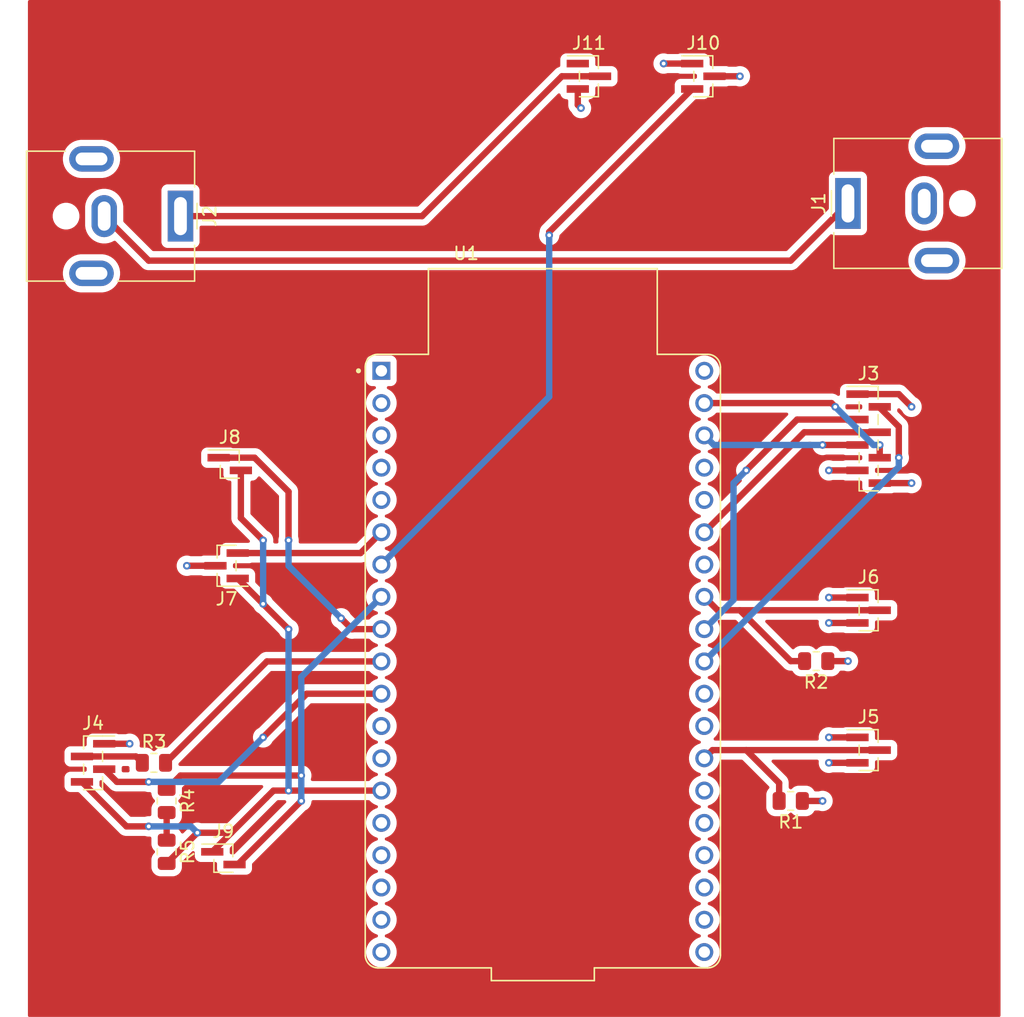
<source format=kicad_pcb>
(kicad_pcb (version 20241229) (generator "pcbnew") (generator_version "9.0")
  (layers (0 "F.Cu" signal) (4 "In1.Cu" signal) (6 "In2.Cu" signal) (2 "B.Cu" signal) (13 "F.Paste" user) (15 "B.Paste" user) (5 "F.SilkS" user "F.Silkscreen") (7 "B.SilkS" user "B.Silkscreen") (1 "F.Mask" user) (3 "B.Mask" user) (25 "Edge.Cuts" user))
  (net 0 "")
  (net 1 "Net-(J10-Pin_1)")
  (net 2 "GND")
  (net 3 "Net-(J11-Pin_2)")
  (net 4 "Net-(J3-Pin_3)")
  (net 5 "Net-(J3-Pin_6)")
  (net 6 "Net-(J3-Pin_2)")
  (net 7 "Net-(J3-Pin_4)")
  (net 8 "Net-(J3-Pin_5)")
  (net 9 "Net-(J4-Pin_4)")
  (net 10 "Net-(J4-Pin_3)")
  (net 11 "Net-(J3-Pin_7)")
  (net 12 "Net-(J5-Pin_2)")
  (net 13 "Net-(J6-Pin_2)")
  (net 14 "Net-(J7-Pin_3)")
  (net 15 "Net-(J8-Pin_1)")
  (net 16 "Net-(J9-Pin_2)")
  (net 17 "Net-(J10-Pin_3)")
  (net 40 "Net-(J4-Pin_2)")
  (net 41 "Net-(R4-Pad2)")
  (net 42 "Net-(U1-IO26)")
  (footprint "Connector_PinHeader_1.00mm:PinHeader_1x03_P1.00mm_Vertical_SMD_Pin1Left" (layer "F.Cu") (at 110.125 68)
    (property "Reference" "J6" (at 0 -2.61 0) (layer "F.SilkS"))
    (property "Value" "PIN DS18B20")
    (fp_line (start -0.745 -1.61) (end -1.69 -1.61) (stroke (width 0.12)) (layer "F.SilkS"))
    (fp_line (start -0.745 -1.61) (end -0.745 -1.61) (stroke (width 0.12)) (layer "F.SilkS"))
    (fp_line (start -0.745 -1.61) (end 0.745 -1.61) (stroke (width 0.12)) (layer "F.SilkS"))
    (fp_line (start -0.745 -0.39) (end -0.745 0.39) (stroke (width 0.12)) (layer "F.SilkS"))
    (fp_line (start -0.745 1.61) (end 0.745 1.61) (stroke (width 0.12)) (layer "F.SilkS"))
    (fp_line (start 0.745 -1.61) (end 0.745 -0.61) (stroke (width 0.12)) (layer "F.SilkS"))
    (fp_line (start 0.745 0.61) (end 0.745 1.61) (stroke (width 0.12)) (layer "F.SilkS"))
    (fp_line (start 0.745 1.61) (end 0.745 1.61) (stroke (width 0.12)) (layer "F.SilkS"))
    (pad "1" smd rect (at -0.875 -1) (size 1.75 0.6) (layers "F.Cu" "F.Mask" "F.Paste") (net 11 "Net-(J3-Pin_7)"))
    (pad "2" smd rect (at 0.875 0) (size 1.75 0.6) (layers "F.Cu" "F.Mask" "F.Paste") (net 13 "Net-(J6-Pin_2)"))
    (pad "3" smd rect (at -0.875 1) (size 1.75 0.6) (layers "F.Cu" "F.Mask" "F.Paste") (net 1 "Net-(J10-Pin_1)"))
  )
  (footprint "Connector_PinHeader_1.00mm:PinHeader_1x02_P1.00mm_Vertical_SMD_Pin1Left" (layer "F.Cu") (at 59.875 56.5)
    (property "Reference" "J8" (at 0 -2.11 0) (layer "F.SilkS"))
    (property "Value" "PIN BOUTON ECRAN")
    (fp_line (start -0.745 -1.11) (end -1.69 -1.11) (stroke (width 0.12)) (layer "F.SilkS"))
    (fp_line (start -0.745 -1.11) (end -0.745 -1.11) (stroke (width 0.12)) (layer "F.SilkS"))
    (fp_line (start -0.745 -1.11) (end 0.745 -1.11) (stroke (width 0.12)) (layer "F.SilkS"))
    (fp_line (start -0.745 0.11) (end -0.745 1.11) (stroke (width 0.12)) (layer "F.SilkS"))
    (fp_line (start -0.745 1.11) (end 0.745 1.11) (stroke (width 0.12)) (layer "F.SilkS"))
    (fp_line (start 0.745 -1.11) (end 0.745 -0.11) (stroke (width 0.12)) (layer "F.SilkS"))
    (fp_line (start 0.745 1.11) (end 0.745 1.11) (stroke (width 0.12)) (layer "F.SilkS"))
    (pad "1" smd rect (at -0.875 -0.5) (size 1.75 0.6) (layers "F.Cu" "F.Mask" "F.Paste") (net 15 "Net-(J8-Pin_1)"))
    (pad "2" smd rect (at 0.875 0.5) (size 1.75 0.6) (layers "F.Cu" "F.Mask" "F.Paste") (net 9 "Net-(J4-Pin_4)"))
  )
  (footprint "Connector_BarrelJack:BarrelJack_CUI_PJ-063AH_Horizontal" (layer "F.Cu") (at 56 37 -90)
    (property "Reference" "J2" (at 0 -2.3 90) (layer "F.SilkS"))
    (property "Value" "POMPE A EAU")
    (fp_line (start -5.11 12.11) (end -5.11 9.05) (stroke (width 0.12)) (layer "F.SilkS"))
    (fp_line (start 5.11 12.11) (end -5.11 12.11) (stroke (width 0.12)) (layer "F.SilkS"))
    (fp_line (start 5.11 9.05) (end 5.11 12.11) (stroke (width 0.12)) (layer "F.SilkS"))
    (fp_line (start -5.11 4.95) (end -5.11 -1.11) (stroke (width 0.12)) (layer "F.SilkS"))
    (fp_line (start -5.11 -1.11) (end -2.3 -1.11) (stroke (width 0.12)) (layer "F.SilkS"))
    (fp_line (start 2.3 -1.11) (end 5.11 -1.11) (stroke (width 0.12)) (layer "F.SilkS"))
    (fp_line (start 5.11 -1.11) (end 5.11 4.95) (stroke (width 0.12)) (layer "F.SilkS"))
    (fp_line (start -1 -1.3) (end 1 -1.3) (stroke (width 0.12)) (layer "F.SilkS"))
    (pad "" np_thru_hole circle (at 0 9 270) (size 1.6 1.6) (drill 1.6) (layers "*.Cu" "*.Mask"))
    (pad "1" thru_hole rect (at 0 0 270) (size 4 2) (drill oval 3 1) (layers "*.Cu" "*.Mask") (net 3 "Net-(J11-Pin_2)"))
    (pad "2" thru_hole oval (at 0 6 270) (size 3.3 2) (drill oval 2.3 1) (layers "*.Cu" "*.Mask") (net 2 "GND"))
    (pad "MP" thru_hole oval (at -4.5 7 270) (size 2 3.5) (drill oval 1 2.5) (layers "*.Cu" "*.Mask"))
    (pad "MP" thru_hole oval (at 4.5 7 270) (size 2 3.5) (drill oval 1 2.5) (layers "*.Cu" "*.Mask"))
  )
  (footprint "ESP32-DEVKITC-32E:MODULE_ESP32-DEVKITC-32E" (layer "F.Cu") (at 84.5 72)
    (property "Reference" "U1" (at -6.0325 -32.0675 0) (layer "F.SilkS"))
    (property "Value" "ESP32-DEVKITC-32E")
    (fp_line (start -13.97 23.13) (end -13.97 -23.13) (stroke (width 0.127)) (layer "F.SilkS"))
    (fp_line (start -12.97 -24.13) (end -9 -24.13) (stroke (width 0.127)) (layer "F.SilkS"))
    (fp_line (start -12.97 24.13) (end -4.05 24.13) (stroke (width 0.127)) (layer "F.SilkS"))
    (fp_line (start -9 -30.87) (end 9 -30.87) (stroke (width 0.127)) (layer "F.SilkS"))
    (fp_line (start -9 -24.13) (end -9 -30.87) (stroke (width 0.127)) (layer "F.SilkS"))
    (fp_line (start -4.05 24.13) (end -4.05 25.13) (stroke (width 0.127)) (layer "F.SilkS"))
    (fp_line (start -4.05 25.13) (end 4.05 25.13) (stroke (width 0.127)) (layer "F.SilkS"))
    (fp_line (start 4.05 24.13) (end 12.97 24.13) (stroke (width 0.127)) (layer "F.SilkS"))
    (fp_line (start 4.05 25.13) (end 4.05 24.13) (stroke (width 0.127)) (layer "F.SilkS"))
    (fp_line (start 9 -30.87) (end 9 -24.13) (stroke (width 0.127)) (layer "F.SilkS"))
    (fp_line (start 9 -24.13) (end 12.97 -24.13) (stroke (width 0.127)) (layer "F.SilkS"))
    (fp_line (start 13.97 23.13) (end 13.97 -23.13) (stroke (width 0.127)) (layer "F.SilkS"))
    (fp_arc (start -13.97 -23.13) (mid -13.677107 -23.837107) (end -12.97 -24.13) (stroke (width 0.127)) (layer "F.SilkS"))
    (fp_arc (start -12.97 24.13) (mid -13.677107 23.837107) (end -13.97 23.13) (stroke (width 0.127)) (layer "F.SilkS"))
    (fp_arc (start 12.97 -24.13) (mid 13.677107 -23.837107) (end 13.97 -23.13) (stroke (width 0.127)) (layer "F.SilkS"))
    (fp_arc (start 13.97 23.13) (mid 13.677107 23.837107) (end 12.97 24.13) (stroke (width 0.127)) (layer "F.SilkS"))
    (fp_circle (center -14.5 -22.835) (end -14.4 -22.835) (stroke (width 0.2)) (fill no) (layer "F.SilkS"))
    (pad "J2_1" thru_hole rect (at -12.7 -22.835) (size 1.408 1.408) (drill 0.9) (layers "*.Cu" "*.Mask") (net 1 "Net-(J10-Pin_1)"))
    (pad "J2_2" thru_hole circle (at -12.7 -20.295) (size 1.408 1.408) (drill 0.9) (layers "*.Cu" "*.Mask"))
    (pad "J2_3" thru_hole circle (at -12.7 -17.755) (size 1.408 1.408) (drill 0.9) (layers "*.Cu" "*.Mask"))
    (pad "J2_4" thru_hole circle (at -12.7 -15.215) (size 1.408 1.408) (drill 0.9) (layers "*.Cu" "*.Mask"))
    (pad "J2_5" thru_hole circle (at -12.7 -12.675) (size 1.408 1.408) (drill 0.9) (layers "*.Cu" "*.Mask"))
    (pad "J2_6" thru_hole circle (at -12.7 -10.135) (size 1.408 1.408) (drill 0.9) (layers "*.Cu" "*.Mask") (net 14 "Net-(J7-Pin_3)"))
    (pad "J2_7" thru_hole circle (at -12.7 -7.595) (size 1.408 1.408) (drill 0.9) (layers "*.Cu" "*.Mask") (net 17 "Net-(J10-Pin_3)"))
    (pad "J2_8" thru_hole circle (at -12.7 -5.055) (size 1.408 1.408) (drill 0.9) (layers "*.Cu" "*.Mask") (net 16 "Net-(J9-Pin_2)"))
    (pad "J2_9" thru_hole circle (at -12.7 -2.515) (size 1.408 1.408) (drill 0.9) (layers "*.Cu" "*.Mask") (net 15 "Net-(J8-Pin_1)"))
    (pad "J2_10" thru_hole circle (at -12.7 0.025) (size 1.408 1.408) (drill 0.9) (layers "*.Cu" "*.Mask") (net 42 "Net-(U1-IO26)"))
    (pad "J2_11" thru_hole circle (at -12.7 2.565) (size 1.408 1.408) (drill 0.9) (layers "*.Cu" "*.Mask") (net 10 "Net-(J4-Pin_3)"))
    (pad "J2_12" thru_hole circle (at -12.7 5.105) (size 1.408 1.408) (drill 0.9) (layers "*.Cu" "*.Mask"))
    (pad "J2_13" thru_hole circle (at -12.7 7.645) (size 1.408 1.408) (drill 0.9) (layers "*.Cu" "*.Mask"))
    (pad "J2_14" thru_hole circle (at -12.7 10.185) (size 1.408 1.408) (drill 0.9) (layers "*.Cu" "*.Mask") (net 9 "Net-(J4-Pin_4)"))
    (pad "J2_15" thru_hole circle (at -12.7 12.725) (size 1.408 1.408) (drill 0.9) (layers "*.Cu" "*.Mask"))
    (pad "J2_16" thru_hole circle (at -12.7 15.265) (size 1.408 1.408) (drill 0.9) (layers "*.Cu" "*.Mask"))
    (pad "J2_17" thru_hole circle (at -12.7 17.805) (size 1.408 1.408) (drill 0.9) (layers "*.Cu" "*.Mask"))
    (pad "J2_18" thru_hole circle (at -12.7 20.345) (size 1.408 1.408) (drill 0.9) (layers "*.Cu" "*.Mask"))
    (pad "J2_19" thru_hole circle (at -12.7 22.885) (size 1.408 1.408) (drill 0.9) (layers "*.Cu" "*.Mask") (net 1 "Net-(J10-Pin_1)"))
    (pad "J3_1" thru_hole circle (at 12.7 -22.835) (size 1.408 1.408) (drill 0.9) (layers "*.Cu" "*.Mask") (net 11 "Net-(J3-Pin_7)"))
    (pad "J3_2" thru_hole circle (at 12.7 -20.295) (size 1.408 1.408) (drill 0.9) (layers "*.Cu" "*.Mask") (net 5 "Net-(J3-Pin_6)"))
    (pad "J3_3" thru_hole circle (at 12.7 -17.755) (size 1.408 1.408) (drill 0.9) (layers "*.Cu" "*.Mask") (net 8 "Net-(J3-Pin_5)"))
    (pad "J3_4" thru_hole circle (at 12.7 -15.215) (size 1.408 1.408) (drill 0.9) (layers "*.Cu" "*.Mask"))
    (pad "J3_5" thru_hole circle (at 12.7 -12.675) (size 1.408 1.408) (drill 0.9) (layers "*.Cu" "*.Mask"))
    (pad "J3_6" thru_hole circle (at 12.7 -10.135) (size 1.408 1.408) (drill 0.9) (layers "*.Cu" "*.Mask") (net 7 "Net-(J3-Pin_4)"))
    (pad "J3_7" thru_hole circle (at 12.7 -7.595) (size 1.408 1.408) (drill 0.9) (layers "*.Cu" "*.Mask"))
    (pad "J3_8" thru_hole circle (at 12.7 -5.055) (size 1.408 1.408) (drill 0.9) (layers "*.Cu" "*.Mask") (net 13 "Net-(J6-Pin_2)"))
    (pad "J3_9" thru_hole circle (at 12.7 -2.515) (size 1.408 1.408) (drill 0.9) (layers "*.Cu" "*.Mask") (net 4 "Net-(J3-Pin_3)"))
    (pad "J3_10" thru_hole circle (at 12.7 0.025) (size 1.408 1.408) (drill 0.9) (layers "*.Cu" "*.Mask") (net 6 "Net-(J3-Pin_2)"))
    (pad "J3_11" thru_hole circle (at 12.7 2.565) (size 1.408 1.408) (drill 0.9) (layers "*.Cu" "*.Mask"))
    (pad "J3_12" thru_hole circle (at 12.7 5.105) (size 1.408 1.408) (drill 0.9) (layers "*.Cu" "*.Mask"))
    (pad "J3_13" thru_hole circle (at 12.7 7.645) (size 1.408 1.408) (drill 0.9) (layers "*.Cu" "*.Mask") (net 12 "Net-(J5-Pin_2)"))
    (pad "J3_14" thru_hole circle (at 12.7 10.185) (size 1.408 1.408) (drill 0.9) (layers "*.Cu" "*.Mask"))
    (pad "J3_15" thru_hole circle (at 12.7 12.725) (size 1.408 1.408) (drill 0.9) (layers "*.Cu" "*.Mask"))
    (pad "J3_16" thru_hole circle (at 12.7 15.265) (size 1.408 1.408) (drill 0.9) (layers "*.Cu" "*.Mask"))
    (pad "J3_17" thru_hole circle (at 12.7 17.805) (size 1.408 1.408) (drill 0.9) (layers "*.Cu" "*.Mask"))
    (pad "J3_18" thru_hole circle (at 12.7 20.345) (size 1.408 1.408) (drill 0.9) (layers "*.Cu" "*.Mask"))
    (pad "J3_19" thru_hole circle (at 12.7 22.885) (size 1.408 1.408) (drill 0.9) (layers "*.Cu" "*.Mask"))
  )
  (footprint "Resistor_SMD:R_0805_2012Metric" (layer "F.Cu") (at 104 83 180)
    (property "Reference" "R1" (at 0 -1.65 0) (layer "F.SilkS"))
    (property "Value" "R")
    (fp_line (start -0.227064 0.735) (end 0.227064 0.735) (stroke (width 0.12)) (layer "F.SilkS"))
    (fp_line (start -0.227064 -0.735) (end 0.227064 -0.735) (stroke (width 0.12)) (layer "F.SilkS"))
    (pad "1" smd roundrect (at -0.9125 0 180) (size 1.025 1.4) (layers "F.Cu" "F.Mask" "F.Paste") (roundrect_rratio 0.243902) (net 1 "Net-(J10-Pin_1)"))
    (pad "2" smd roundrect (at 0.9125 0 180) (size 1.025 1.4) (layers "F.Cu" "F.Mask" "F.Paste") (roundrect_rratio 0.243902) (net 12 "Net-(J5-Pin_2)"))
  )
  (footprint "Connector_PinHeader_1.00mm:PinHeader_1x04_P1.00mm_Vertical_SMD_Pin1Right" (layer "F.Cu") (at 49.125 80)
    (property "Reference" "J4" (at 0 -3.11 0) (layer "F.SilkS"))
    (property "Value" "PIN ULTRA SON")
    (fp_line (start -0.745 -2.11) (end -0.745 -1.11) (stroke (width 0.12)) (layer "F.SilkS"))
    (fp_line (start -0.745 -2.11) (end 0.745 -2.11) (stroke (width 0.12)) (layer "F.SilkS"))
    (fp_line (start -0.745 -1.89) (end -0.745 -1.11) (stroke (width 0.12)) (layer "F.SilkS"))
    (fp_line (start -0.745 0.11) (end -0.745 0.89) (stroke (width 0.12)) (layer "F.SilkS"))
    (fp_line (start -0.745 2.11) (end -0.745 2.11) (stroke (width 0.12)) (layer "F.SilkS"))
    (fp_line (start -0.745 2.11) (end 0.745 2.11) (stroke (width 0.12)) (layer "F.SilkS"))
    (fp_line (start 0.745 -2.11) (end 0.745 -2.11) (stroke (width 0.12)) (layer "F.SilkS"))
    (fp_line (start 0.745 -2.11) (end 1.69 -2.11) (stroke (width 0.12)) (layer "F.SilkS"))
    (fp_line (start 0.745 -0.89) (end 0.745 -0.11) (stroke (width 0.12)) (layer "F.SilkS"))
    (fp_line (start 0.745 1.11) (end 0.745 2.11) (stroke (width 0.12)) (layer "F.SilkS"))
    (pad "1" smd rect (at 0.875 -1.5) (size 1.75 0.6) (layers "F.Cu" "F.Mask" "F.Paste") (net 1 "Net-(J10-Pin_1)"))
    (pad "2" smd rect (at -0.875 -0.5) (size 1.75 0.6) (layers "F.Cu" "F.Mask" "F.Paste") (net 40 "Net-(J4-Pin_2)"))
    (pad "3" smd rect (at 0.875 0.5) (size 1.75 0.6) (layers "F.Cu" "F.Mask" "F.Paste") (net 10 "Net-(J4-Pin_3)"))
    (pad "4" smd rect (at -0.875 1.5) (size 1.75 0.6) (layers "F.Cu" "F.Mask" "F.Paste") (net 9 "Net-(J4-Pin_4)"))
  )
  (footprint "Resistor_SMD:R_0805_2012Metric" (layer "F.Cu") (at 54.9125 83 -90)
    (property "Reference" "R4" (at 0 -1.65 90) (layer "F.SilkS"))
    (property "Value" "R")
    (fp_line (start -0.227064 0.735) (end 0.227064 0.735) (stroke (width 0.12)) (layer "F.SilkS"))
    (fp_line (start -0.227064 -0.735) (end 0.227064 -0.735) (stroke (width 0.12)) (layer "F.SilkS"))
    (pad "1" smd roundrect (at -0.9125 0 270) (size 1.025 1.4) (layers "F.Cu" "F.Mask" "F.Paste") (roundrect_rratio 0.243902) (net 42 "Net-(U1-IO26)"))
    (pad "2" smd roundrect (at 0.9125 0 270) (size 1.025 1.4) (layers "F.Cu" "F.Mask" "F.Paste") (roundrect_rratio 0.243902) (net 41 "Net-(R4-Pad2)"))
  )
  (footprint "Connector_BarrelJack:BarrelJack_CUI_PJ-063AH_Horizontal" (layer "F.Cu") (at 108.5 36 90)
    (property "Reference" "J1" (at 0 -2.3 90) (layer "F.SilkS"))
    (property "Value" "ENTREE 5V")
    (fp_line (start -1 -1.3) (end 1 -1.3) (stroke (width 0.12)) (layer "F.SilkS"))
    (fp_line (start 5.11 -1.11) (end 5.11 4.95) (stroke (width 0.12)) (layer "F.SilkS"))
    (fp_line (start 2.3 -1.11) (end 5.11 -1.11) (stroke (width 0.12)) (layer "F.SilkS"))
    (fp_line (start -5.11 -1.11) (end -2.3 -1.11) (stroke (width 0.12)) (layer "F.SilkS"))
    (fp_line (start -5.11 4.95) (end -5.11 -1.11) (stroke (width 0.12)) (layer "F.SilkS"))
    (fp_line (start 5.11 9.05) (end 5.11 12.11) (stroke (width 0.12)) (layer "F.SilkS"))
    (fp_line (start 5.11 12.11) (end -5.11 12.11) (stroke (width 0.12)) (layer "F.SilkS"))
    (fp_line (start -5.11 12.11) (end -5.11 9.05) (stroke (width 0.12)) (layer "F.SilkS"))
    (pad "" np_thru_hole circle (at 0 9 90) (size 1.6 1.6) (drill 1.6) (layers "*.Cu" "*.Mask"))
    (pad "1" thru_hole rect (at 0 0 90) (size 4 2) (drill oval 3 1) (layers "*.Cu" "*.Mask") (net 2 "GND"))
    (pad "2" thru_hole oval (at 0 6 90) (size 3.3 2) (drill oval 2.3 1) (layers "*.Cu" "*.Mask") (net 1 "Net-(J10-Pin_1)"))
    (pad "MP" thru_hole oval (at -4.5 7 90) (size 2 3.5) (drill oval 1 2.5) (layers "*.Cu" "*.Mask"))
    (pad "MP" thru_hole oval (at 4.5 7 90) (size 2 3.5) (drill oval 1 2.5) (layers "*.Cu" "*.Mask"))
  )
  (footprint "Connector_PinHeader_1.00mm:PinHeader_1x03_P1.00mm_Vertical_SMD_Pin1Left" (layer "F.Cu") (at 88.125 26)
    (property "Reference" "J11" (at 0 -2.61 0) (layer "F.SilkS"))
    (property "Value" "PARTIE PUISSANCE")
    (fp_line (start -0.745 -1.61) (end -1.69 -1.61) (stroke (width 0.12)) (layer "F.SilkS"))
    (fp_line (start -0.745 -1.61) (end -0.745 -1.61) (stroke (width 0.12)) (layer "F.SilkS"))
    (fp_line (start -0.745 -1.61) (end 0.745 -1.61) (stroke (width 0.12)) (layer "F.SilkS"))
    (fp_line (start -0.745 -0.39) (end -0.745 0.39) (stroke (width 0.12)) (layer "F.SilkS"))
    (fp_line (start -0.745 1.61) (end 0.745 1.61) (stroke (width 0.12)) (layer "F.SilkS"))
    (fp_line (start 0.745 -1.61) (end 0.745 -0.61) (stroke (width 0.12)) (layer "F.SilkS"))
    (fp_line (start 0.745 0.61) (end 0.745 1.61) (stroke (width 0.12)) (layer "F.SilkS"))
    (fp_line (start 0.745 1.61) (end 0.745 1.61) (stroke (width 0.12)) (layer "F.SilkS"))
    (pad "1" smd rect (at -0.875 -1) (size 1.75 0.6) (layers "F.Cu" "F.Mask" "F.Paste"))
    (pad "2" smd rect (at 0.875 0) (size 1.75 0.6) (layers "F.Cu" "F.Mask" "F.Paste") (net 3 "Net-(J11-Pin_2)"))
    (pad "3" smd rect (at -0.875 1) (size 1.75 0.6) (layers "F.Cu" "F.Mask" "F.Paste") (net 1 "Net-(J10-Pin_1)"))
  )
  (footprint "Resistor_SMD:R_0805_2012Metric" (layer "F.Cu") (at 53.9125 80)
    (property "Reference" "R3" (at 0 -1.65 0) (layer "F.SilkS"))
    (property "Value" "R")
    (fp_line (start -0.227064 -0.735) (end 0.227064 -0.735) (stroke (width 0.12)) (layer "F.SilkS"))
    (fp_line (start -0.227064 0.735) (end 0.227064 0.735) (stroke (width 0.12)) (layer "F.SilkS"))
    (pad "1" smd roundrect (at -0.9125 0) (size 1.025 1.4) (layers "F.Cu" "F.Mask" "F.Paste") (roundrect_rratio 0.243902) (net 40 "Net-(J4-Pin_2)"))
    (pad "2" smd roundrect (at 0.9125 0) (size 1.025 1.4) (layers "F.Cu" "F.Mask" "F.Paste") (roundrect_rratio 0.243902) (net 42 "Net-(U1-IO26)"))
  )
  (footprint "Connector_PinHeader_1.00mm:PinHeader_1x08_P1.00mm_Vertical_SMD_Pin1Left" (layer "F.Cu") (at 110.125 54.5)
    (property "Reference" "J3" (at 0 -5.11 0) (layer "F.SilkS"))
    (property "Value" "PIN ST7735")
    (fp_line (start -0.745 -4.11) (end -1.69 -4.11) (stroke (width 0.12)) (layer "F.SilkS"))
    (fp_line (start -0.745 -4.11) (end -0.745 -4.11) (stroke (width 0.12)) (layer "F.SilkS"))
    (fp_line (start -0.745 -4.11) (end 0.745 -4.11) (stroke (width 0.12)) (layer "F.SilkS"))
    (fp_line (start -0.745 -2.89) (end -0.745 -2.11) (stroke (width 0.12)) (layer "F.SilkS"))
    (fp_line (start -0.745 -0.89) (end -0.745 -0.11) (stroke (width 0.12)) (layer "F.SilkS"))
    (fp_line (start -0.745 1.11) (end -0.745 1.89) (stroke (width 0.12)) (layer "F.SilkS"))
    (fp_line (start -0.745 3.11) (end -0.745 4.11) (stroke (width 0.12)) (layer "F.SilkS"))
    (fp_line (start -0.745 4.11) (end 0.745 4.11) (stroke (width 0.12)) (layer "F.SilkS"))
    (fp_line (start 0.745 -4.11) (end 0.745 -3.11) (stroke (width 0.12)) (layer "F.SilkS"))
    (fp_line (start 0.745 -1.89) (end 0.745 -1.11) (stroke (width 0.12)) (layer "F.SilkS"))
    (fp_line (start 0.745 0.11) (end 0.745 0.89) (stroke (width 0.12)) (layer "F.SilkS"))
    (fp_line (start 0.745 2.11) (end 0.745 2.89) (stroke (width 0.12)) (layer "F.SilkS"))
    (fp_line (start 0.745 4.11) (end 0.745 4.11) (stroke (width 0.12)) (layer "F.SilkS"))
    (pad "1" smd rect (at -0.875 -3.5) (size 1.75 0.6) (layers "F.Cu" "F.Mask" "F.Paste") (net 1 "Net-(J10-Pin_1)"))
    (pad "2" smd rect (at 0.875 -2.5) (size 1.75 0.6) (layers "F.Cu" "F.Mask" "F.Paste") (net 6 "Net-(J3-Pin_2)"))
    (pad "3" smd rect (at -0.875 -1.5) (size 1.75 0.6) (layers "F.Cu" "F.Mask" "F.Paste") (net 4 "Net-(J3-Pin_3)"))
    (pad "4" smd rect (at 0.875 -0.5) (size 1.75 0.6) (layers "F.Cu" "F.Mask" "F.Paste") (net 7 "Net-(J3-Pin_4)"))
    (pad "5" smd rect (at -0.875 0.5) (size 1.75 0.6) (layers "F.Cu" "F.Mask" "F.Paste") (net 8 "Net-(J3-Pin_5)"))
    (pad "6" smd rect (at 0.875 1.5) (size 1.75 0.6) (layers "F.Cu" "F.Mask" "F.Paste") (net 5 "Net-(J3-Pin_6)"))
    (pad "7" smd rect (at -0.875 2.5) (size 1.75 0.6) (layers "F.Cu" "F.Mask" "F.Paste") (net 11 "Net-(J3-Pin_7)"))
    (pad "8" smd rect (at 0.875 3.5) (size 1.75 0.6) (layers "F.Cu" "F.Mask" "F.Paste") (net 1 "Net-(J10-Pin_1)"))
  )
  (footprint "Connector_PinHeader_1.00mm:PinHeader_1x02_P1.00mm_Vertical_SMD_Pin1Left" (layer "F.Cu") (at 59.375 87.5)
    (property "Reference" "J9" (at 0 -2.11 0) (layer "F.SilkS"))
    (property "Value" "PIN BOUTON POMPE")
    (fp_line (start -0.745 -1.11) (end -1.69 -1.11) (stroke (width 0.12)) (layer "F.SilkS"))
    (fp_line (start -0.745 -1.11) (end -0.745 -1.11) (stroke (width 0.12)) (layer "F.SilkS"))
    (fp_line (start -0.745 -1.11) (end 0.745 -1.11) (stroke (width 0.12)) (layer "F.SilkS"))
    (fp_line (start -0.745 0.11) (end -0.745 1.11) (stroke (width 0.12)) (layer "F.SilkS"))
    (fp_line (start -0.745 1.11) (end 0.745 1.11) (stroke (width 0.12)) (layer "F.SilkS"))
    (fp_line (start 0.745 -1.11) (end 0.745 -0.11) (stroke (width 0.12)) (layer "F.SilkS"))
    (fp_line (start 0.745 1.11) (end 0.745 1.11) (stroke (width 0.12)) (layer "F.SilkS"))
    (pad "1" smd rect (at -0.875 -0.5) (size 1.75 0.6) (layers "F.Cu" "F.Mask" "F.Paste") (net 9 "Net-(J4-Pin_4)"))
    (pad "2" smd rect (at 0.875 0.5) (size 1.75 0.6) (layers "F.Cu" "F.Mask" "F.Paste") (net 16 "Net-(J9-Pin_2)"))
  )
  (footprint "Connector_PinHeader_1.00mm:PinHeader_1x03_P1.00mm_Vertical_SMD_Pin1Left" (layer "F.Cu") (at 97.125 26)
    (property "Reference" "J10" (at 0 -2.61 0) (layer "F.SilkS"))
    (property "Value" "PARTIE COMMANDE")
    (fp_line (start -0.745 -1.61) (end -1.69 -1.61) (stroke (width 0.12)) (layer "F.SilkS"))
    (fp_line (start -0.745 -1.61) (end -0.745 -1.61) (stroke (width 0.12)) (layer "F.SilkS"))
    (fp_line (start -0.745 -1.61) (end 0.745 -1.61) (stroke (width 0.12)) (layer "F.SilkS"))
    (fp_line (start -0.745 -0.39) (end -0.745 0.39) (stroke (width 0.12)) (layer "F.SilkS"))
    (fp_line (start -0.745 1.61) (end 0.745 1.61) (stroke (width 0.12)) (layer "F.SilkS"))
    (fp_line (start 0.745 -1.61) (end 0.745 -0.61) (stroke (width 0.12)) (layer "F.SilkS"))
    (fp_line (start 0.745 0.61) (end 0.745 1.61) (stroke (width 0.12)) (layer "F.SilkS"))
    (fp_line (start 0.745 1.61) (end 0.745 1.61) (stroke (width 0.12)) (layer "F.SilkS"))
    (pad "1" smd rect (at -0.875 -1) (size 1.75 0.6) (layers "F.Cu" "F.Mask" "F.Paste") (net 1 "Net-(J10-Pin_1)"))
    (pad "2" smd rect (at 0.875 0) (size 1.75 0.6) (layers "F.Cu" "F.Mask" "F.Paste") (net 1 "Net-(J10-Pin_1)"))
    (pad "3" smd rect (at -0.875 1) (size 1.75 0.6) (layers "F.Cu" "F.Mask" "F.Paste") (net 17 "Net-(J10-Pin_3)"))
  )
  (footprint "Connector_PinHeader_1.00mm:PinHeader_1x03_P1.00mm_Vertical_SMD_Pin1Left" (layer "F.Cu") (at 110.125 79)
    (property "Reference" "J5" (at 0 -2.61 0) (layer "F.SilkS"))
    (property "Value" "PIN DHT22")
    (fp_line (start -0.745 -1.61) (end -1.69 -1.61) (stroke (width 0.12)) (layer "F.SilkS"))
    (fp_line (start -0.745 -1.61) (end -0.745 -1.61) (stroke (width 0.12)) (layer "F.SilkS"))
    (fp_line (start -0.745 -1.61) (end 0.745 -1.61) (stroke (width 0.12)) (layer "F.SilkS"))
    (fp_line (start -0.745 -0.39) (end -0.745 0.39) (stroke (width 0.12)) (layer "F.SilkS"))
    (fp_line (start -0.745 1.61) (end 0.745 1.61) (stroke (width 0.12)) (layer "F.SilkS"))
    (fp_line (start 0.745 -1.61) (end 0.745 -0.61) (stroke (width 0.12)) (layer "F.SilkS"))
    (fp_line (start 0.745 0.61) (end 0.745 1.61) (stroke (width 0.12)) (layer "F.SilkS"))
    (fp_line (start 0.745 1.61) (end 0.745 1.61) (stroke (width 0.12)) (layer "F.SilkS"))
    (pad "1" smd rect (at -0.875 -1) (size 1.75 0.6) (layers "F.Cu" "F.Mask" "F.Paste") (net 11 "Net-(J3-Pin_7)"))
    (pad "2" smd rect (at 0.875 0) (size 1.75 0.6) (layers "F.Cu" "F.Mask" "F.Paste") (net 12 "Net-(J5-Pin_2)"))
    (pad "3" smd rect (at -0.875 1) (size 1.75 0.6) (layers "F.Cu" "F.Mask" "F.Paste") (net 1 "Net-(J10-Pin_1)"))
  )
  (footprint "Resistor_SMD:R_0805_2012Metric" (layer "F.Cu") (at 106 72 180)
    (property "Reference" "R2" (at 0 -1.65 0) (layer "F.SilkS"))
    (property "Value" "R")
    (fp_line (start -0.227064 0.735) (end 0.227064 0.735) (stroke (width 0.12)) (layer "F.SilkS"))
    (fp_line (start -0.227064 -0.735) (end 0.227064 -0.735) (stroke (width 0.12)) (layer "F.SilkS"))
    (pad "1" smd roundrect (at -0.9125 0 180) (size 1.025 1.4) (layers "F.Cu" "F.Mask" "F.Paste") (roundrect_rratio 0.243902) (net 1 "Net-(J10-Pin_1)"))
    (pad "2" smd roundrect (at 0.9125 0 180) (size 1.025 1.4) (layers "F.Cu" "F.Mask" "F.Paste") (roundrect_rratio 0.243902) (net 13 "Net-(J6-Pin_2)"))
  )
  (footprint "Resistor_SMD:R_0805_2012Metric" (layer "F.Cu") (at 54.9125 87 -90)
    (property "Reference" "R5" (at 0 -1.65 90) (layer "F.SilkS"))
    (property "Value" "R")
    (fp_line (start -0.227064 0.735) (end 0.227064 0.735) (stroke (width 0.12)) (layer "F.SilkS"))
    (fp_line (start -0.227064 -0.735) (end 0.227064 -0.735) (stroke (width 0.12)) (layer "F.SilkS"))
    (pad "1" smd roundrect (at -0.9125 0 270) (size 1.025 1.4) (layers "F.Cu" "F.Mask" "F.Paste") (roundrect_rratio 0.243902) (net 41 "Net-(R4-Pad2)"))
    (pad "2" smd roundrect (at 0.9125 0 270) (size 1.025 1.4) (layers "F.Cu" "F.Mask" "F.Paste") (roundrect_rratio 0.243902) (net 9 "Net-(J4-Pin_4)"))
  )
  (footprint "Connector_PinHeader_1.00mm:PinHeader_1x03_P1.00mm_Vertical_SMD_Pin1Left" (layer "F.Cu") (at 59.625 64.5 180)
    (property "Reference" "J7" (at 0 -2.61 0) (layer "F.SilkS"))
    (property "Value" "capacitive soil moisture sensor v1 2")
    (fp_line (start 0.745 1.61) (end 0.745 1.61) (stroke (width 0.12)) (layer "F.SilkS"))
    (fp_line (start 0.745 0.61) (end 0.745 1.61) (stroke (width 0.12)) (layer "F.SilkS"))
    (fp_line (start 0.745 -1.61) (end 0.745 -0.61) (stroke (width 0.12)) (layer "F.SilkS"))
    (fp_line (start -0.745 1.61) (end 0.745 1.61) (stroke (width 0.12)) (layer "F.SilkS"))
    (fp_line (start -0.745 -0.39) (end -0.745 0.39) (stroke (width 0.12)) (layer "F.SilkS"))
    (fp_line (start -0.745 -1.61) (end 0.745 -1.61) (stroke (width 0.12)) (layer "F.SilkS"))
    (fp_line (start -0.745 -1.61) (end -0.745 -1.61) (stroke (width 0.12)) (layer "F.SilkS"))
    (fp_line (start -0.745 -1.61) (end -1.69 -1.61) (stroke (width 0.12)) (layer "F.SilkS"))
    (pad "1" smd rect (at -0.875 -1 180) (size 1.75 0.6) (layers "F.Cu" "F.Mask" "F.Paste") (net 9 "Net-(J4-Pin_4)"))
    (pad "2" smd rect (at 0.875 0 180) (size 1.75 0.6) (layers "F.Cu" "F.Mask" "F.Paste") (net 1 "Net-(J10-Pin_1)"))
    (pad "3" smd rect (at -0.875 1 180) (size 1.75 0.6) (layers "F.Cu" "F.Mask" "F.Paste") (net 14 "Net-(J7-Pin_3)"))
  )
  (segment (start 87.25 27) (end 87.25 28.25) (width 0.5) (layer "F.Cu") (net 1))
  (segment (start 109.25 80) (end 107 80) (width 0.5) (layer "F.Cu") (net 1))
  (segment (start 109.25 51) (end 112.5 51) (width 0.5) (layer "F.Cu") (net 1))
  (segment (start 104.9125 83) (end 106.5 83) (width 0.5) (layer "F.Cu") (net 1))
  (segment (start 87.25 28.25) (end 87.5 28.5) (width 0.5) (layer "F.Cu") (net 1))
  (segment (start 106.9125 72) (end 108.5 72) (width 0.5) (layer "F.Cu") (net 1))
  (segment (start 50 78.5) (end 52 78.5) (width 0.5) (layer "F.Cu") (net 1))
  (segment (start 56.5 64.5) (end 58.75 64.5) (width 0.5) (layer "F.Cu") (net 1))
  (segment (start 111 58) (end 113.5 58) (width 0.5) (layer "F.Cu") (net 1))
  (segment (start 109.25 69) (end 107 69) (width 0.5) (layer "F.Cu") (net 1))
  (segment (start 112.5 51) (end 113.5 52) (width 0.5) (layer "F.Cu") (net 1))
  (segment (start 96.25 25) (end 94 25) (width 0.5) (layer "F.Cu") (net 1))
  (segment (start 98 26) (end 100 26) (width 0.5) (layer "F.Cu") (net 1))
  (via (at 52 78.5) (size 0.6) (drill 0.3) (layers "F.Cu" "B.Cu") (net 1))
  (via (at 107 69) (size 0.6) (drill 0.3) (layers "F.Cu" "B.Cu") (net 1))
  (via (at 107 80) (size 0.6) (drill 0.3) (layers "F.Cu" "B.Cu") (net 1))
  (via (at 94 25) (size 0.6) (drill 0.3) (layers "F.Cu" "B.Cu") (net 1))
  (via (at 100 26) (size 0.6) (drill 0.3) (layers "F.Cu" "B.Cu") (net 1))
  (via (at 113.5 52) (size 0.6) (drill 0.3) (layers "F.Cu" "B.Cu") (net 1))
  (via (at 87.5 28.5) (size 0.6) (drill 0.3) (layers "F.Cu" "B.Cu") (net 1))
  (via (at 56.5 64.5) (size 0.6) (drill 0.3) (layers "F.Cu" "B.Cu") (net 1))
  (via (at 108.5 72) (size 0.6) (drill 0.3) (layers "F.Cu" "B.Cu") (net 1))
  (via (at 113.5 58) (size 0.6) (drill 0.3) (layers "F.Cu" "B.Cu") (net 1))
  (via (at 106.5 83) (size 0.6) (drill 0.3) (layers "F.Cu" "B.Cu") (net 1))
  (segment (start 104 40.5) (end 53.5 40.5) (width 0.5) (layer "F.Cu") (net 2))
  (segment (start 108.5 36) (end 104 40.5) (width 0.5) (layer "F.Cu") (net 2))
  (segment (start 53.5 40.5) (end 50 37) (width 0.5) (layer "F.Cu") (net 2))
  (segment (start 86 26) (end 75 37) (width 0.5) (layer "F.Cu") (net 3))
  (segment (start 75 37) (end 56 37) (width 0.5) (layer "F.Cu") (net 3))
  (segment (start 89 26) (end 86 26) (width 0.5) (layer "F.Cu") (net 3))
  (segment (start 104.5 53) (end 100.5 57) (width 0.5) (layer "F.Cu") (net 4))
  (segment (start 109.25 53) (end 104.5 53) (width 0.5) (layer "F.Cu") (net 4))
  (via (at 100.5 57) (size 0.6) (drill 0.3) (layers "F.Cu" "B.Cu") (net 4))
  (segment (start 99.5 67.185) (end 97.2 69.485) (width 0.5) (layer "B.Cu") (net 4))
  (segment (start 100.5 57) (end 99.5 58) (width 0.5) (layer "B.Cu") (net 4))
  (segment (start 99.5 58) (end 99.5 67.185) (width 0.5) (layer "B.Cu") (net 4))
  (segment (start 107.5 52) (end 107.205 51.705) (width 0.5) (layer "F.Cu") (net 5))
  (segment (start 111 56) (end 111 55) (width 0.5) (layer "F.Cu") (net 5))
  (segment (start 107.205 51.705) (end 97.2 51.705) (width 0.5) (layer "F.Cu") (net 5))
  (via (at 111 55) (size 0.6) (drill 0.3) (layers "F.Cu" "B.Cu") (net 5))
  (via (at 107.5 52) (size 0.6) (drill 0.3) (layers "F.Cu" "B.Cu") (net 5))
  (segment (start 111 55) (end 110.5 55) (width 0.5) (layer "B.Cu") (net 5))
  (segment (start 110.5 55) (end 107.5 52) (width 0.5) (layer "B.Cu") (net 5))
  (segment (start 112.5 53.562075) (end 112.5 56) (width 0.5) (layer "F.Cu") (net 6))
  (segment (start 111 52) (end 111 52.062075) (width 0.5) (layer "F.Cu") (net 6))
  (segment (start 111 52.062075) (end 112.5 53.562075) (width 0.5) (layer "F.Cu") (net 6))
  (via (at 112.5 56) (size 0.6) (drill 0.3) (layers "F.Cu" "B.Cu") (net 6))
  (segment (start 112.5 56) (end 112.5 56.725) (width 0.5) (layer "B.Cu") (net 6))
  (segment (start 112.5 56.725) (end 97.2 72.025) (width 0.5) (layer "B.Cu") (net 6))
  (segment (start 111 54) (end 105.065 54) (width 0.5) (layer "F.Cu") (net 7))
  (segment (start 105.065 54) (end 97.2 61.865) (width 0.5) (layer "F.Cu") (net 7))
  (segment (start 109.25 55) (end 106.5 55) (width 0.5) (layer "F.Cu") (net 8))
  (via (at 106.5 55) (size 0.6) (drill 0.3) (layers "F.Cu" "B.Cu") (net 8))
  (segment (start 106.5 55) (end 97.955 55) (width 0.5) (layer "B.Cu") (net 8))
  (segment (start 97.955 55) (end 97.2 54.245) (width 0.5) (layer "B.Cu") (net 8))
  (segment (start 54.9125 87.9125) (end 57.325 85.5) (width 0.5) (layer "F.Cu") (net 9))
  (segment (start 51.75 85) (end 53.5 85) (width 0.5) (layer "F.Cu") (net 9))
  (segment (start 60.75 57) (end 60.75 60.75) (width 0.5) (layer "F.Cu") (net 9))
  (segment (start 60 85.5) (end 62.75 82.75) (width 0.5) (layer "F.Cu") (net 9))
  (segment (start 60.75 60.75) (end 62.5 62.5) (width 0.5) (layer "F.Cu") (net 9))
  (segment (start 48.25 81.5) (end 51.75 85) (width 0.5) (layer "F.Cu") (net 9))
  (segment (start 60.5 65.5) (end 62.5 67.5) (width 0.5) (layer "F.Cu") (net 9))
  (segment (start 62.5 67.5) (end 64.5 69.5) (width 0.5) (layer "F.Cu") (net 9))
  (segment (start 58.5 87) (end 60 85.5) (width 0.5) (layer "F.Cu") (net 9))
  (segment (start 62.75 82.75) (end 63.315 82.185) (width 0.5) (layer "F.Cu") (net 9))
  (segment (start 64.5 82.185) (end 71.8 82.185) (width 0.5) (layer "F.Cu") (net 9))
  (segment (start 57.325 85.5) (end 60 85.5) (width 0.5) (layer "F.Cu") (net 9))
  (segment (start 63.315 82.185) (end 64.5 82.185) (width 0.5) (layer "F.Cu") (net 9))
  (via (at 64.5 82.185) (size 0.6) (drill 0.3) (layers "F.Cu" "B.Cu") (net 9))
  (via (at 57.325 85.5) (size 0.6) (drill 0.3) (layers "F.Cu" "B.Cu") (net 9))
  (via (at 62.5 62.5) (size 0.6) (drill 0.3) (layers "F.Cu" "B.Cu") (net 9))
  (via (at 62.5 67.5) (size 0.6) (drill 0.3) (layers "F.Cu" "B.Cu") (net 9))
  (via (at 64.5 69.5) (size 0.6) (drill 0.3) (layers "F.Cu" "B.Cu") (net 9))
  (via (at 53.5 85) (size 0.6) (drill 0.3) (layers "F.Cu" "B.Cu") (net 9))
  (segment (start 56.825 85) (end 57.325 85.5) (width 0.5) (layer "B.Cu") (net 9))
  (segment (start 64.5 69.5) (end 64.5 82.185) (width 0.5) (layer "B.Cu") (net 9))
  (segment (start 53.5 85) (end 56.825 85) (width 0.5) (layer "B.Cu") (net 9))
  (segment (start 62.5 62.5) (end 62.5 67.5) (width 0.5) (layer "B.Cu") (net 9))
  (segment (start 62.5 78) (end 65.935 74.565) (width 0.5) (layer "F.Cu") (net 10))
  (segment (start 51 81.5) (end 53.5 81.5) (width 0.5) (layer "F.Cu") (net 10))
  (segment (start 65.935 74.565) (end 71.8 74.565) (width 0.5) (layer "F.Cu") (net 10))
  (segment (start 50 80.5) (end 51 81.5) (width 0.5) (layer "F.Cu") (net 10))
  (via (at 53.5 81.5) (size 0.6) (drill 0.3) (layers "F.Cu" "B.Cu") (net 10))
  (via (at 62.5 78) (size 0.6) (drill 0.3) (layers "F.Cu" "B.Cu") (net 10))
  (segment (start 59 81.5) (end 62.5 78) (width 0.5) (layer "B.Cu") (net 10))
  (segment (start 53.5 81.5) (end 59 81.5) (width 0.5) (layer "B.Cu") (net 10))
  (segment (start 109.25 67) (end 107 67) (width 0.5) (layer "F.Cu") (net 11))
  (segment (start 109.25 57) (end 107 57) (width 0.5) (layer "F.Cu") (net 11))
  (segment (start 109.25 78) (end 107 78) (width 0.5) (layer "F.Cu") (net 11))
  (via (at 107 57) (size 0.6) (drill 0.3) (layers "F.Cu" "B.Cu") (net 11))
  (via (at 107 67) (size 0.6) (drill 0.3) (layers "F.Cu" "B.Cu") (net 11))
  (via (at 107 78) (size 0.6) (drill 0.3) (layers "F.Cu" "B.Cu") (net 11))
  (segment (start 103.0875 83) (end 103.0875 81.5875) (width 0.5) (layer "F.Cu") (net 12))
  (segment (start 97.845 79) (end 97.2 79.645) (width 0.5) (layer "F.Cu") (net 12))
  (segment (start 103.0875 81.5875) (end 100.5 79) (width 0.5) (layer "F.Cu") (net 12))
  (segment (start 100.5 79) (end 97.845 79) (width 0.5) (layer "F.Cu") (net 12))
  (segment (start 111 79) (end 100.5 79) (width 0.5) (layer "F.Cu") (net 12))
  (segment (start 111 68) (end 100 68) (width 0.5) (layer "F.Cu") (net 13))
  (segment (start 105.0875 72) (end 104 72) (width 0.5) (layer "F.Cu") (net 13))
  (segment (start 100 68) (end 98.255 68) (width 0.5) (layer "F.Cu") (net 13))
  (segment (start 98.255 68) (end 97.2 66.945) (width 0.5) (layer "F.Cu") (net 13))
  (segment (start 104 72) (end 100 68) (width 0.5) (layer "F.Cu") (net 13))
  (segment (start 70.165 63.5) (end 71.8 61.865) (width 0.5) (layer "F.Cu") (net 14))
  (segment (start 60.5 63.5) (end 70.165 63.5) (width 0.5) (layer "F.Cu") (net 14))
  (segment (start 69.515 69.485) (end 71.8 69.485) (width 0.5) (layer "F.Cu") (net 15))
  (segment (start 59 56) (end 61.827 56) (width 0.5) (layer "F.Cu") (net 15))
  (segment (start 61.827 56) (end 64.5 58.673) (width 0.5) (layer "F.Cu") (net 15))
  (segment (start 64.5 58.673) (end 64.5 62.5) (width 0.5) (layer "F.Cu") (net 15))
  (segment (start 68.632831 68.632831) (end 69.5 69.5) (width 0.5) (layer "F.Cu") (net 15))
  (segment (start 69.5 69.5) (end 69.515 69.485) (width 0.5) (layer "F.Cu") (net 15))
  (via (at 68.632831 68.632831) (size 0.6) (drill 0.3) (layers "F.Cu" "B.Cu") (net 15))
  (via (at 64.5 62.5) (size 0.6) (drill 0.3) (layers "F.Cu" "B.Cu") (net 15))
  (segment (start 64.5 64.5) (end 68.632831 68.632831) (width 0.5) (layer "B.Cu") (net 15))
  (segment (start 64.5 62.5) (end 64.5 64.5) (width 0.5) (layer "B.Cu") (net 15))
  (segment (start 54.825 82) (end 54.9125 82.0875) (width 0.5) (layer "F.Cu") (net 16))
  (segment (start 60.25 88) (end 60.5 88) (width 0.5) (layer "F.Cu") (net 16))
  (segment (start 56 81) (end 65.5 81) (width 0.5) (layer "F.Cu") (net 16))
  (segment (start 60.5 88) (end 65.5 83) (width 0.5) (layer "F.Cu") (net 16))
  (segment (start 54.9125 82.0875) (end 56 81) (width 0.5) (layer "F.Cu") (net 16))
  (via (at 65.5 81) (size 0.6) (drill 0.3) (layers "F.Cu" "B.Cu") (net 16))
  (via (at 65.5 83) (size 0.6) (drill 0.3) (layers "F.Cu" "B.Cu") (net 16))
  (segment (start 65.5 83) (end 65.5 81) (width 0.5) (layer "B.Cu") (net 16))
  (segment (start 65.5 81) (end 65.5 73.245) (width 0.5) (layer "B.Cu") (net 16))
  (segment (start 65.5 73.245) (end 71.8 66.945) (width 0.5) (layer "B.Cu") (net 16))
  (segment (start 96.25 27) (end 85 38.25) (width 0.5) (layer "F.Cu") (net 17))
  (segment (start 85 38.25) (end 85 38.5) (width 0.5) (layer "F.Cu") (net 17))
  (via (at 85 38.5) (size 0.6) (drill 0.3) (layers "F.Cu" "B.Cu") (net 17))
  (segment (start 85 38.5) (end 85 51.205) (width 0.5) (layer "B.Cu") (net 17))
  (segment (start 85 51.205) (end 71.8 64.405) (width 0.5) (layer "B.Cu") (net 17))
  (segment (start 48.25 79.5) (end 52.5 79.5) (width 0.5) (layer "F.Cu") (net 40))
  (segment (start 52.5 79.5) (end 53 80) (width 0.5) (layer "F.Cu") (net 40))
  (segment (start 54.9125 83.9125) (end 54.9125 86.0875) (width 0.5) (layer "F.Cu") (net 41))
  (segment (start 54.825 80) (end 62.8 72.025) (width 0.5) (layer "F.Cu") (net 42))
  (segment (start 62.8 72.025) (end 71.8 72.025) (width 0.5) (layer "F.Cu") (net 42))
  (zone (net 0) (net_name "") (layer "F.Cu") (priority 2) (connect_pads (clearance 0.5)) (min_thickness 0.25) (fill yes (thermal_gap 0.5) (thermal_bridge_width 0.5) (island_removal_mode 1) (island_area_min 10))
    (polygon (pts (xy 44 20) (xy 44 100) (xy 120.5 100) (xy 120.5 20)))
  )
)
</source>
